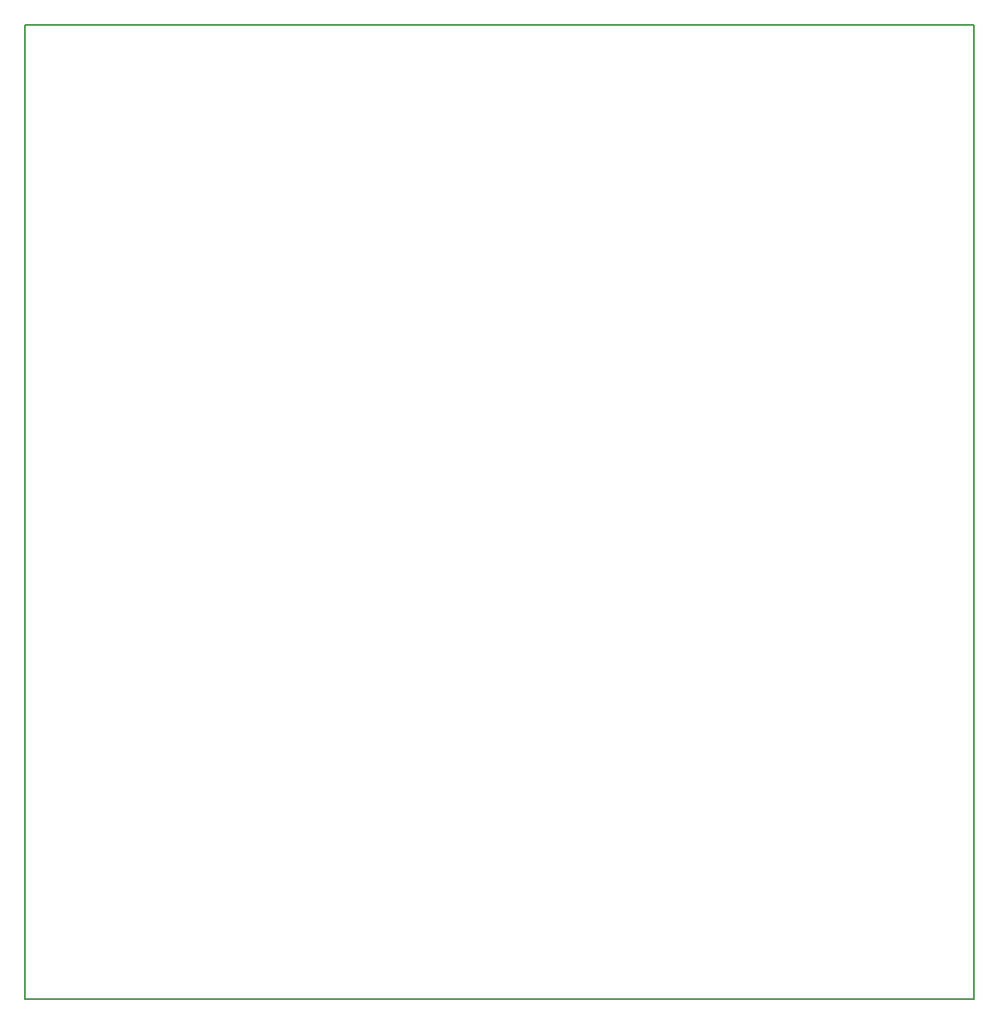
<source format=gbr>
G04 #@! TF.FileFunction,Profile,NP*
%FSLAX46Y46*%
G04 Gerber Fmt 4.6, Leading zero omitted, Abs format (unit mm)*
G04 Created by KiCad (PCBNEW 4.0.7) date 02/18/19 19:56:59*
%MOMM*%
%LPD*%
G01*
G04 APERTURE LIST*
%ADD10C,0.100000*%
%ADD11C,0.150000*%
G04 APERTURE END LIST*
D10*
D11*
X55372000Y-28956000D02*
X152146000Y-28956000D01*
X55372000Y-128270000D02*
X55372000Y-28956000D01*
X152146000Y-128270000D02*
X55372000Y-128270000D01*
X152146000Y-28956000D02*
X152146000Y-128270000D01*
M02*

</source>
